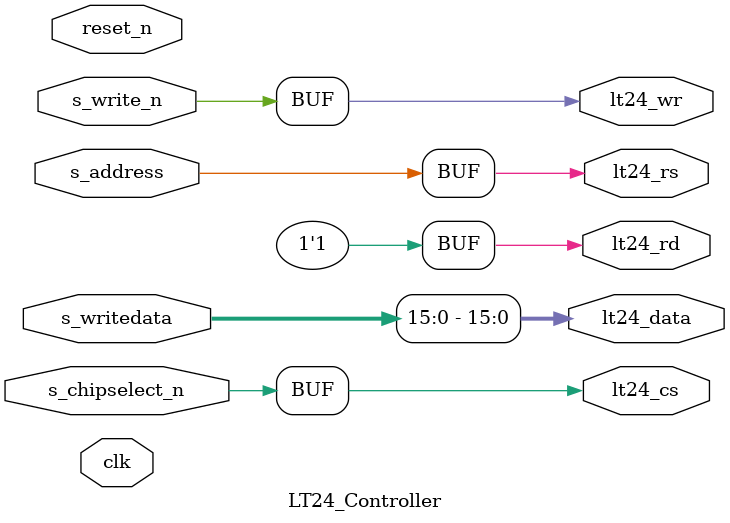
<source format=v>

module LT24_Controller(
	// global clock & reset
	clk,
	reset_n,
	
	// mm slave
	s_chipselect_n,
//	s_read,
	s_write_n,
//	s_readdata,
	s_writedata,
	s_address,
	
	lt24_cs,
	lt24_rs,//command/data
	lt24_rd,
	lt24_wr,
	lt24_data,
);
	
// global clock & reset
input	clk;
input	reset_n;

// mm slave
input		        s_chipselect_n;
//input			s_read;
input			s_write_n;
//output	reg [31:0]	s_readdata;
input	    [31:0]	s_writedata;
input	         	s_address;

output	   	lt24_cs;
output	   	lt24_rs;//command/data
output			lt24_rd;
output			lt24_wr;
output	      [15:0]	lt24_data;

assign lt24_cs 	  = s_chipselect_n;
assign lt24_rs    = s_address;
assign lt24_rd    = 1'b1;
assign lt24_wr    = s_write_n;
assign lt24_data  = s_writedata[15:0];


endmodule

</source>
